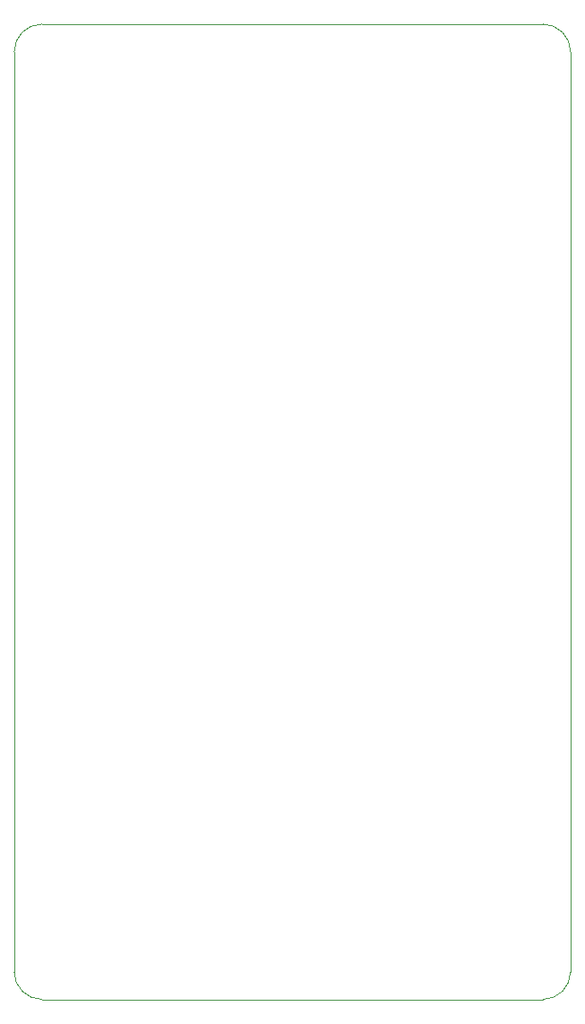
<source format=gbr>
%TF.GenerationSoftware,KiCad,Pcbnew,8.0.2*%
%TF.CreationDate,2025-02-23T20:01:42-05:00*%
%TF.ProjectId,Ecardz-Proto,45636172-647a-42d5-9072-6f746f2e6b69,rev?*%
%TF.SameCoordinates,Original*%
%TF.FileFunction,Profile,NP*%
%FSLAX46Y46*%
G04 Gerber Fmt 4.6, Leading zero omitted, Abs format (unit mm)*
G04 Created by KiCad (PCBNEW 8.0.2) date 2025-02-23 20:01:42*
%MOMM*%
%LPD*%
G01*
G04 APERTURE LIST*
%TA.AperFunction,Profile*%
%ADD10C,0.050000*%
%TD*%
G04 APERTURE END LIST*
D10*
X430100000Y-72910000D02*
G75*
G02*
X427500000Y-70310000I200J2600200D01*
G01*
X427500000Y16490000D02*
X427500000Y-70310000D01*
X477400000Y19090000D02*
X430100000Y19090000D01*
X477400000Y19090000D02*
G75*
G02*
X480000000Y16490000I100J-2599900D01*
G01*
X427500000Y16490000D02*
G75*
G02*
X430100000Y19090000I2600100J-100D01*
G01*
X430100000Y-72910000D02*
X477400000Y-72910000D01*
X480000000Y-70310000D02*
X480000000Y16490000D01*
X480000000Y-70310000D02*
G75*
G02*
X477400000Y-72910000I-2600100J100D01*
G01*
M02*

</source>
